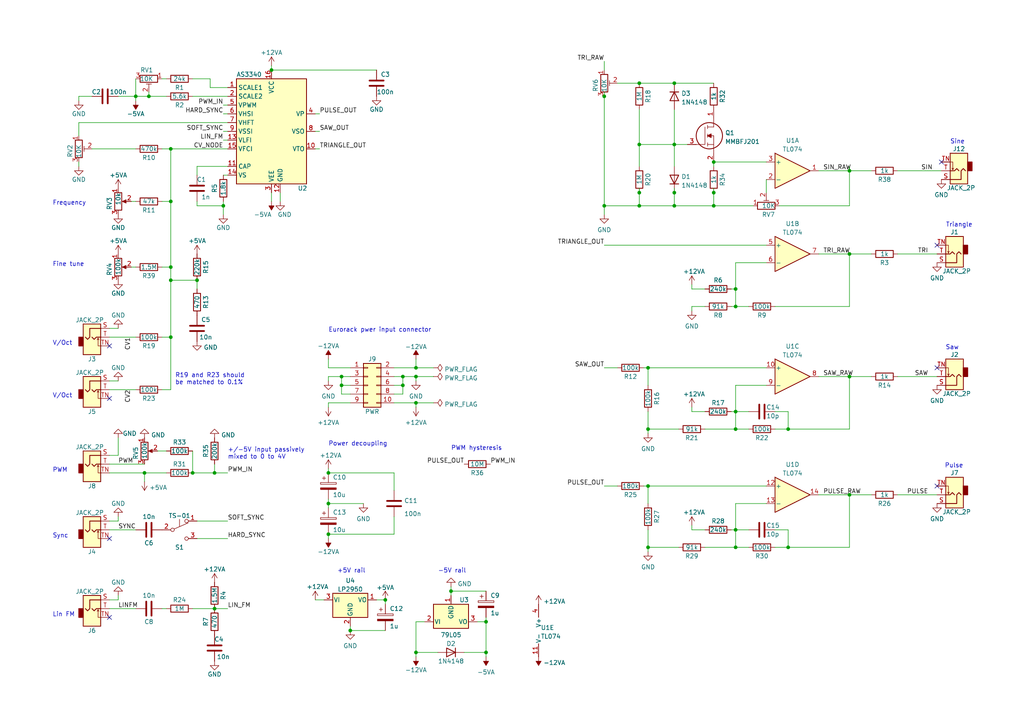
<source format=kicad_sch>
(kicad_sch (version 20211123) (generator eeschema)
  (paper "A4")
  (title_block (title "Kassutronics VCO 3340") (date "2022-04-19") (rev "1.0"))
  (lib_symbols
    (symbol "Amplifier_Operational:TL074" (pin_names (offset 0.127))
      (property "Reference" "U" (at 0 5.08 0))
      (property "Value" "TL074" (at 0 -5.08 0))
      (symbol "TL074_1_1"
        (pin output line (at 7.62 0 180) (length 2.54) (name "~") (number "1"))
        (pin input line (at -7.62 -2.54 0) (length 2.54) (name "-") (number "2"))
        (pin input line (at -7.62 2.54 0) (length 2.54) (name "+") (number "3"))
      )
      (symbol "TL074_2_1"
        (pin input line (at -7.62 2.54 0) (length 2.54) (name "+") (number "5"))
        (pin input line (at -7.62 -2.54 0) (length 2.54) (name "-") (number "6"))
        (pin output line (at 7.62 0 180) (length 2.54) (name "~") (number "7"))
      )
      (symbol "TL074_3_1"
        (pin input line (at -7.62 2.54 0) (length 2.54) (name "+") (number "10"))
        (pin output line (at 7.62 0 180) (length 2.54) (name "~") (number "8"))
        (pin input line (at -7.62 -2.54 0) (length 2.54) (name "-") (number "9"))
      )
      (symbol "TL074_4_1"
        (pin input line (at -7.62 2.54 0) (length 2.54) (name "+") (number "12"))
        (pin input line (at -7.62 -2.54 0) (length 2.54) (name "-") (number "13"))
        (pin output line (at 7.62 0 180) (length 2.54) (name "~") (number "14"))
      )
      (symbol "TL074_5_1"
        (pin power_in line (at -2.54 -7.62 90) (length 3.81) (name "V-") (number "11"))
        (pin power_in line (at -2.54 7.62 270) (length 3.81) (name "V+") (number "4"))
      )
    )
    (symbol "Audio:AS3340"
      (property "Reference" "U" (at -5.08 17.78 0))
      (property "Value" "AS3340" (at 5.08 17.78 0))
      (symbol "AS3340_1_1"
        (pin input line (at -12.7 12.7 0) (length 2.54) (name "SCALE1") (number "1"))
        (pin output line (at 12.7 -5.08 180) (length 2.54) (name "VTO") (number "10"))
        (pin passive line (at -12.7 -10.16 0) (length 2.54) (name "CAP") (number "11"))
        (pin power_in line (at 2.54 -17.78 90) (length 2.54) (name "GND") (number "12"))
        (pin input line (at -12.7 -2.54 0) (length 2.54) (name "VLFI") (number "13"))
        (pin passive line (at -12.7 -12.7 0) (length 2.54) (name "VS") (number "14"))
        (pin input line (at -12.7 -5.08 0) (length 2.54) (name "VFCI") (number "15"))
        (pin power_in line (at 0 17.78 270) (length 2.54) (name "VCC") (number "16"))
        (pin input line (at -12.7 10.16 0) (length 2.54) (name "SCALE2") (number "2"))
        (pin power_in line (at 0 -17.78 90) (length 2.54) (name "VEE") (number "3"))
        (pin output line (at 12.7 5.08 180) (length 2.54) (name "VP") (number "4"))
        (pin input line (at -12.7 7.62 0) (length 2.54) (name "VPWM") (number "5"))
        (pin input line (at -12.7 5.08 0) (length 2.54) (name "VHSI") (number "6"))
        (pin input line (at -12.7 2.54 0) (length 2.54) (name "VHFT") (number "7"))
        (pin output line (at 12.7 0 180) (length 2.54) (name "VSO") (number "8"))
        (pin input line (at -12.7 0 0) (length 2.54) (name "VSSI") (number "9"))
      )
    )
    (symbol "Connector:AudioJack2_SwitchT"
      (property "Reference" "J" (at 0 8.89 0))
      (property "Value" "AudioJack2_SwitchT" (at 0 6.35 0))
      (symbol "AudioJack2_SwitchT_1_1"
        (pin passive line (at 5.08 2.54 180) (length 2.54) (name "~") (number "S"))
        (pin passive line (at 5.08 0 180) (length 2.54) (name "~") (number "T"))
        (pin passive line (at 5.08 -2.54 180) (length 2.54) (name "~") (number "TN"))
      )
    )
    (symbol "Connector_Generic:Conn_02x05_Odd_Even" (pin_names (offset 1.016) hide)
      (property "Reference" "J" (at 1.27 7.62 0))
      (property "Value" "Conn_02x05_Odd_Even" (at 1.27 -7.62 0))
      (symbol "Conn_02x05_Odd_Even_1_1"
        (pin passive line (at -5.08 5.08 0) (length 3.81) (name "Pin_1") (number "1"))
        (pin passive line (at 7.62 -5.08 180) (length 3.81) (name "Pin_10") (number "10"))
        (pin passive line (at 7.62 5.08 180) (length 3.81) (name "Pin_2") (number "2"))
        (pin passive line (at -5.08 2.54 0) (length 3.81) (name "Pin_3") (number "3"))
        (pin passive line (at 7.62 2.54 180) (length 3.81) (name "Pin_4") (number "4"))
        (pin passive line (at -5.08 0 0) (length 3.81) (name "Pin_5") (number "5"))
        (pin passive line (at 7.62 0 180) (length 3.81) (name "Pin_6") (number "6"))
        (pin passive line (at -5.08 -2.54 0) (length 3.81) (name "Pin_7") (number "7"))
        (pin passive line (at 7.62 -2.54 180) (length 3.81) (name "Pin_8") (number "8"))
        (pin passive line (at -5.08 -5.08 0) (length 3.81) (name "Pin_9") (number "9"))
      )
    )
    (symbol "Device:C" (pin_numbers hide) (pin_names (offset 0.254))
      (property "Reference" "C" (at 0.635 2.54 0))
      (property "Value" "C" (at 0.635 -2.54 0))
      (symbol "C_1_1"
        (pin passive line (at 0 3.81 270) (length 2.794) (name "~") (number "1"))
        (pin passive line (at 0 -3.81 90) (length 2.794) (name "~") (number "2"))
      )
    )
    (symbol "Device:C_Polarized" (pin_numbers hide) (pin_names (offset 0.254))
      (property "Reference" "C" (at 0.635 2.54 0))
      (property "Value" "C_Polarized" (at 0.635 -2.54 0))
      (symbol "C_Polarized_1_1"
        (pin passive line (at 0 3.81 270) (length 2.794) (name "~") (number "1"))
        (pin passive line (at 0 -3.81 90) (length 2.794) (name "~") (number "2"))
      )
    )
    (symbol "Device:R" (pin_numbers hide) (pin_names (offset 0))
      (property "Reference" "R" (at 2.032 0 90))
      (property "Value" "R" (at 0 0 90))
      (symbol "R_1_1"
        (pin passive line (at 0 3.81 270) (length 1.27) (name "~") (number "1"))
        (pin passive line (at 0 -3.81 90) (length 1.27) (name "~") (number "2"))
      )
    )
    (symbol "Device:R_Potentiometer" (pin_names (offset 1.016) hide)
      (property "Reference" "RV" (at -4.445 0 90))
      (property "Value" "R_Potentiometer" (at -2.54 0 90))
      (symbol "R_Potentiometer_1_1"
        (pin passive line (at 0 3.81 270) (length 1.27) (name "1") (number "1"))
        (pin passive line (at 3.81 0 180) (length 1.27) (name "2") (number "2"))
        (pin passive line (at 0 -3.81 90) (length 1.27) (name "3") (number "3"))
      )
    )
    (symbol "Device:R_Potentiometer_Trim" (pin_names (offset 1.016) hide)
      (property "Reference" "RV" (at -4.445 0 90))
      (property "Value" "R_Potentiometer_Trim" (at -2.54 0 90))
      (symbol "R_Potentiometer_Trim_1_1"
        (pin passive line (at 0 3.81 270) (length 1.27) (name "1") (number "1"))
        (pin passive line (at 3.81 0 180) (length 1.27) (name "2") (number "2"))
        (pin passive line (at 0 -3.81 90) (length 1.27) (name "3") (number "3"))
      )
    )
    (symbol "Diode:1N4148" (pin_numbers hide) (pin_names (offset 1.016) hide)
      (property "Reference" "D" (at 0 2.54 0))
      (property "Value" "1N4148" (at 0 -2.54 0))
      (symbol "1N4148_1_1"
        (pin passive line (at -3.81 0 0) (length 2.54) (name "K") (number "1"))
        (pin passive line (at 3.81 0 180) (length 2.54) (name "A") (number "2"))
      )
    )
    (symbol "Regulator_Linear:L79L05_TO92" (pin_names (offset 0.254))
      (property "Reference" "U" (at -3.81 -3.175 0))
      (property "Value" "L79L05_TO92" (at 0 -3.175 0))
      (symbol "L79L05_TO92_1_1"
        (pin power_in line (at 0 7.62 270) (length 2.54) (name "GND") (number "1"))
        (pin power_in line (at -7.62 0 0) (length 2.54) (name "VI") (number "2"))
        (pin power_out line (at 7.62 0 180) (length 2.54) (name "VO") (number "3"))
      )
    )
    (symbol "Regulator_Linear:LP2950-3.0_TO92" (pin_names (offset 0.254))
      (property "Reference" "U" (at -3.81 3.175 0))
      (property "Value" "LP2950-3.0_TO92" (at 0 3.175 0))
      (symbol "LP2950-3.0_TO92_1_1"
        (pin power_out line (at 7.62 0 180) (length 2.54) (name "VO") (number "1"))
        (pin power_in line (at 0 -7.62 90) (length 2.54) (name "GND") (number "2"))
        (pin power_in line (at -7.62 0 0) (length 2.54) (name "VI") (number "3"))
      )
    )
    (symbol "SamacSys_Parts:MMBFJ201" (pin_names (offset 0.762))
      (property "Reference" "Q" (at 11.43 3.81 0))
      (property "Value" "MMBFJ201" (at 11.43 1.27 0))
      (symbol "MMBFJ201_0_0"
        (pin passive line (at 7.62 10.16 270) (length 2.54) (name "~") (number "1"))
        (pin passive line (at 7.62 -5.08 90) (length 2.54) (name "~") (number "2"))
        (pin passive line (at 0 0 0) (length 2.54) (name "~") (number "3"))
      )
    )
    (symbol "Switch:SW_Push_SPDT" (pin_names (offset 0) hide)
      (property "Reference" "SW" (at 0 4.318 0))
      (property "Value" "SW_Push_SPDT" (at 0 -5.08 0))
      (symbol "SW_Push_SPDT_1_1"
        (pin passive line (at 5.08 2.54 180) (length 2.54) (name "A") (number "1"))
        (pin passive line (at -5.08 0 0) (length 2.54) (name "B") (number "2"))
        (pin passive line (at 5.08 -2.54 180) (length 2.54) (name "C") (number "3"))
      )
    )
    (symbol "power:+12VA" (power) (pin_names (offset 0))
      (property "Value" "+12VA" (at 0 3.556 0))
      (symbol "+12VA_1_1"
        (pin power_in line (at 0 0 90) (length 0) hide (name "+12VA") (number "1"))
      )
    )
    (symbol "power:+5VA" (power) (pin_names (offset 0))
      (property "Value" "+5VA" (at 0 3.556 0))
      (symbol "+5VA_1_1"
        (pin power_in line (at 0 0 90) (length 0) hide (name "+5VA") (number "1"))
      )
    )
    (symbol "power:-12VA" (power) (pin_names (offset 0))
      (property "Value" "-12VA" (at 0 3.556 0))
      (symbol "-12VA_0_0"
        (pin power_in line (at 0 0 90) (length 0) hide (name "-12VA") (number "1"))
      )
    )
    (symbol "power:-5VA" (power) (pin_names (offset 0))
      (property "Value" "-5VA" (at 0 3.81 0))
      (symbol "-5VA_0_0"
        (pin power_in line (at 0 0 90) (length 0) hide (name "-5VA") (number "1"))
      )
    )
    (symbol "power:GND" (power) (pin_names (offset 0))
      (property "Value" "GND" (at 0 -3.81 0))
      (symbol "GND_1_1"
        (pin power_in line (at 0 0 270) (length 0) hide (name "GND") (number "1"))
      )
    )
    (symbol "power:PWR_FLAG" (power) (pin_numbers hide) (pin_names (offset 0) hide)
      (property "Value" "PWR_FLAG" (at 0 3.81 0))
      (symbol "PWR_FLAG_0_0"
        (pin power_out line (at 0 0 90) (length 0) (name "pwr") (number "1"))
      )
    )
  )
  (junction (at 120.65 189.23))
  (junction (at 49.53 81.28))
  (junction (at 140.97 180.34))
  (junction (at 49.53 43.18))
  (junction (at 120.65 116.84))
  (junction (at 78.74 20.32))
  (junction (at 213.36 124.46))
  (junction (at 120.65 106.68))
  (junction (at 95.25 146.05))
  (junction (at 246.38 143.51))
  (junction (at 207.01 55.88))
  (junction (at 62.23 137.16))
  (junction (at 49.53 97.79))
  (junction (at 187.96 158.75))
  (junction (at 195.58 55.88))
  (junction (at 213.36 88.9))
  (junction (at 213.36 119.38))
  (junction (at 41.91 137.16))
  (junction (at 207.01 59.69))
  (junction (at 101.6 182.88))
  (junction (at 116.84 111.76))
  (junction (at 120.65 109.22))
  (junction (at 185.42 55.88))
  (junction (at 55.88 137.16))
  (junction (at 116.84 109.22))
  (junction (at 187.96 140.97))
  (junction (at 195.58 59.69))
  (junction (at 64.77 59.69))
  (junction (at 99.06 109.22))
  (junction (at 195.58 24.13))
  (junction (at 187.96 106.68))
  (junction (at 130.81 171.45))
  (junction (at 95.25 154.94))
  (junction (at 246.38 73.66))
  (junction (at 213.36 83.82))
  (junction (at 39.37 27.94))
  (junction (at 228.6 158.75))
  (junction (at 175.26 59.69))
  (junction (at 140.97 189.23))
  (junction (at 49.53 58.42))
  (junction (at 213.36 158.75))
  (junction (at 111.76 173.99))
  (junction (at 213.36 153.67))
  (junction (at 175.26 27.94))
  (junction (at 43.18 27.94))
  (junction (at 187.96 124.46))
  (junction (at 185.42 59.69))
  (junction (at 246.38 49.53))
  (junction (at 49.53 77.47))
  (junction (at 228.6 124.46))
  (junction (at 246.38 109.22))
  (junction (at 185.42 41.91))
  (junction (at 57.15 81.28))
  (junction (at 185.42 24.13))
  (junction (at 95.25 137.16))
  (junction (at 62.23 176.53))
  (junction (at 207.01 46.99))
  (junction (at 195.58 41.91))
  (junction (at 99.06 111.76))
  (no_connect (at 31.75 179.07))
  (no_connect (at 31.75 100.33))
  (no_connect (at 31.75 156.21))
  (no_connect (at 31.75 115.57))
  (no_connect (at 271.78 106.68))
  (no_connect (at 271.78 71.12))
  (no_connect (at 273.05 46.99))
  (no_connect (at 271.78 140.97))
  (wire (pts (xy 91.44 33.02) (xy 92.71 33.02)))
  (wire (pts (xy 95.25 146.05) (xy 95.25 144.78)))
  (wire (pts (xy 228.6 124.46) (xy 246.38 124.46)))
  (wire (pts (xy 175.26 71.12) (xy 222.25 71.12)))
  (wire (pts (xy 95.25 106.68) (xy 95.25 104.14)))
  (wire (pts (xy 57.15 81.28) (xy 57.15 83.82)))
  (wire (pts (xy 120.65 180.34) (xy 120.65 189.23)))
  (wire (pts (xy 187.96 119.38) (xy 187.96 124.46)))
  (wire (pts (xy 213.36 111.76) (xy 222.25 111.76)))
  (wire (pts (xy 81.28 58.42) (xy 81.28 55.88)))
  (wire (pts (xy 114.3 109.22) (xy 116.84 109.22)))
  (wire (pts (xy 49.53 77.47) (xy 49.53 81.28)))
  (wire (pts (xy 116.84 114.3) (xy 116.84 111.76)))
  (wire (pts (xy 175.26 27.94) (xy 175.26 59.69)))
  (wire (pts (xy 187.96 140.97) (xy 222.25 140.97)))
  (wire (pts (xy 31.75 113.03) (xy 39.37 113.03)))
  (wire (pts (xy 66.04 156.21) (xy 57.15 156.21)))
  (wire (pts (xy 60.96 22.86) (xy 55.88 22.86)))
  (wire (pts (xy 200.66 118.11) (xy 200.66 119.38)))
  (wire (pts (xy 91.44 43.18) (xy 92.71 43.18)))
  (wire (pts (xy 64.77 30.48) (xy 66.04 30.48)))
  (wire (pts (xy 31.75 134.62) (xy 41.91 134.62)))
  (wire (pts (xy 101.6 182.88) (xy 111.76 182.88)))
  (wire (pts (xy 213.36 158.75) (xy 204.47 158.75)))
  (wire (pts (xy 123.19 180.34) (xy 120.65 180.34)))
  (wire (pts (xy 200.66 82.55) (xy 200.66 83.82)))
  (wire (pts (xy 200.66 152.4) (xy 200.66 153.67)))
  (wire (pts (xy 246.38 143.51) (xy 252.73 143.51)))
  (wire (pts (xy 64.77 62.23) (xy 64.77 59.69)))
  (wire (pts (xy 175.26 17.78) (xy 175.26 20.32)))
  (wire (pts (xy 187.96 106.68) (xy 187.96 111.76)))
  (wire (pts (xy 187.96 153.67) (xy 187.96 158.75)))
  (wire (pts (xy 260.35 109.22) (xy 271.78 109.22)))
  (wire (pts (xy 186.69 140.97) (xy 187.96 140.97)))
  (wire (pts (xy 114.3 116.84) (xy 120.65 116.84)))
  (wire (pts (xy 57.15 48.26) (xy 66.04 48.26)))
  (wire (pts (xy 120.65 189.23) (xy 127 189.23)))
  (wire (pts (xy 95.25 154.94) (xy 114.3 154.94)))
  (wire (pts (xy 204.47 119.38) (xy 200.66 119.38)))
  (wire (pts (xy 64.77 38.1) (xy 66.04 38.1)))
  (wire (pts (xy 43.18 27.94) (xy 48.26 27.94)))
  (wire (pts (xy 187.96 158.75) (xy 196.85 158.75)))
  (wire (pts (xy 101.6 111.76) (xy 99.06 111.76)))
  (wire (pts (xy 207.01 46.99) (xy 207.01 48.26)))
  (wire (pts (xy 246.38 109.22) (xy 252.73 109.22)))
  (wire (pts (xy 78.74 55.88) (xy 78.74 58.42)))
  (wire (pts (xy 185.42 41.91) (xy 195.58 41.91)))
  (wire (pts (xy 222.25 146.05) (xy 213.36 146.05)))
  (wire (pts (xy 187.96 124.46) (xy 196.85 124.46)))
  (wire (pts (xy 78.74 19.05) (xy 78.74 20.32)))
  (wire (pts (xy 195.58 24.13) (xy 207.01 24.13)))
  (wire (pts (xy 45.72 130.81) (xy 48.26 130.81)))
  (wire (pts (xy 39.37 22.86) (xy 39.37 27.94)))
  (wire (pts (xy 237.49 109.22) (xy 246.38 109.22)))
  (wire (pts (xy 185.42 41.91) (xy 185.42 48.26)))
  (wire (pts (xy 222.25 52.07) (xy 222.25 55.88)))
  (wire (pts (xy 213.36 153.67) (xy 217.17 153.67)))
  (wire (pts (xy 46.99 113.03) (xy 49.53 113.03)))
  (wire (pts (xy 57.15 50.8) (xy 57.15 48.26)))
  (wire (pts (xy 49.53 81.28) (xy 49.53 97.79)))
  (wire (pts (xy 228.6 158.75) (xy 224.79 158.75)))
  (wire (pts (xy 175.26 140.97) (xy 179.07 140.97)))
  (wire (pts (xy 120.65 104.14) (xy 120.65 106.68)))
  (wire (pts (xy 49.53 113.03) (xy 49.53 97.79)))
  (wire (pts (xy 187.96 158.75) (xy 187.96 160.02)))
  (wire (pts (xy 213.36 76.2) (xy 213.36 83.82)))
  (wire (pts (xy 22.86 46.99) (xy 22.86 48.26)))
  (wire (pts (xy 187.96 140.97) (xy 187.96 146.05)))
  (wire (pts (xy 64.77 33.02) (xy 66.04 33.02)))
  (wire (pts (xy 260.35 143.51) (xy 271.78 143.51)))
  (wire (pts (xy 49.53 43.18) (xy 49.53 58.42)))
  (wire (pts (xy 224.79 88.9) (xy 246.38 88.9)))
  (wire (pts (xy 91.44 38.1) (xy 92.71 38.1)))
  (wire (pts (xy 207.01 55.88) (xy 207.01 59.69)))
  (wire (pts (xy 175.26 59.69) (xy 175.26 62.23)))
  (wire (pts (xy 213.36 153.67) (xy 213.36 158.75)))
  (wire (pts (xy 38.1 77.47) (xy 39.37 77.47)))
  (wire (pts (xy 99.06 109.22) (xy 99.06 111.76)))
  (wire (pts (xy 66.04 151.13) (xy 57.15 151.13)))
  (wire (pts (xy 60.96 25.4) (xy 66.04 25.4)))
  (wire (pts (xy 48.26 176.53) (xy 46.99 176.53)))
  (wire (pts (xy 49.53 58.42) (xy 49.53 77.47)))
  (wire (pts (xy 64.77 40.64) (xy 66.04 40.64)))
  (wire (pts (xy 31.75 176.53) (xy 39.37 176.53)))
  (wire (pts (xy 114.3 114.3) (xy 116.84 114.3)))
  (wire (pts (xy 95.25 146.05) (xy 95.25 147.32)))
  (wire (pts (xy 34.29 27.94) (xy 39.37 27.94)))
  (wire (pts (xy 195.58 54.61) (xy 195.58 55.88)))
  (wire (pts (xy 101.6 106.68) (xy 95.25 106.68)))
  (wire (pts (xy 237.49 49.53) (xy 246.38 49.53)))
  (wire (pts (xy 195.58 41.91) (xy 199.39 41.91)))
  (wire (pts (xy 195.58 31.75) (xy 195.58 41.91)))
  (wire (pts (xy 228.6 119.38) (xy 228.6 124.46)))
  (wire (pts (xy 120.65 189.23) (xy 120.65 190.5)))
  (wire (pts (xy 22.86 35.56) (xy 22.86 39.37)))
  (wire (pts (xy 175.26 59.69) (xy 185.42 59.69)))
  (wire (pts (xy 140.97 179.07) (xy 140.97 180.34)))
  (wire (pts (xy 38.1 58.42) (xy 39.37 58.42)))
  (wire (pts (xy 57.15 59.69) (xy 57.15 58.42)))
  (wire (pts (xy 99.06 109.22) (xy 95.25 109.22)))
  (wire (pts (xy 95.25 156.21) (xy 95.25 154.94)))
  (wire (pts (xy 46.99 58.42) (xy 49.53 58.42)))
  (wire (pts (xy 212.09 83.82) (xy 213.36 83.82)))
  (wire (pts (xy 195.58 55.88) (xy 195.58 59.69)))
  (wire (pts (xy 39.37 27.94) (xy 43.18 27.94)))
  (wire (pts (xy 101.6 181.61) (xy 101.6 182.88)))
  (wire (pts (xy 62.23 134.62) (xy 62.23 137.16)))
  (wire (pts (xy 207.01 59.69) (xy 218.44 59.69)))
  (wire (pts (xy 120.65 106.68) (xy 114.3 106.68)))
  (wire (pts (xy 213.36 88.9) (xy 212.09 88.9)))
  (wire (pts (xy 41.91 137.16) (xy 41.91 139.7)))
  (wire (pts (xy 66.04 50.8) (xy 64.77 50.8)))
  (wire (pts (xy 26.67 43.18) (xy 39.37 43.18)))
  (wire (pts (xy 228.6 124.46) (xy 224.79 124.46)))
  (wire (pts (xy 175.26 106.68) (xy 179.07 106.68)))
  (wire (pts (xy 43.18 27.94) (xy 43.18 26.67)))
  (wire (pts (xy 130.81 171.45) (xy 140.97 171.45)))
  (wire (pts (xy 49.53 43.18) (xy 66.04 43.18)))
  (wire (pts (xy 34.29 172.72) (xy 34.29 173.99)))
  (wire (pts (xy 187.96 106.68) (xy 222.25 106.68)))
  (wire (pts (xy 213.36 119.38) (xy 217.17 119.38)))
  (wire (pts (xy 55.88 130.81) (xy 55.88 137.16)))
  (wire (pts (xy 46.99 22.86) (xy 48.26 22.86)))
  (wire (pts (xy 95.25 116.84) (xy 95.25 118.11)))
  (wire (pts (xy 46.99 43.18) (xy 49.53 43.18)))
  (wire (pts (xy 195.58 59.69) (xy 207.01 59.69)))
  (wire (pts (xy 130.81 170.18) (xy 130.81 171.45)))
  (wire (pts (xy 34.29 173.99) (xy 31.75 173.99)))
  (wire (pts (xy 140.97 189.23) (xy 140.97 190.5)))
  (wire (pts (xy 26.67 27.94) (xy 22.86 27.94)))
  (wire (pts (xy 187.96 124.46) (xy 187.96 125.73)))
  (wire (pts (xy 213.36 146.05) (xy 213.36 153.67)))
  (wire (pts (xy 212.09 153.67) (xy 213.36 153.67)))
  (wire (pts (xy 179.07 24.13) (xy 185.42 24.13)))
  (wire (pts (xy 228.6 158.75) (xy 246.38 158.75)))
  (wire (pts (xy 91.44 173.99) (xy 93.98 173.99)))
  (wire (pts (xy 99.06 111.76) (xy 99.06 114.3)))
  (wire (pts (xy 213.36 111.76) (xy 213.36 119.38)))
  (wire (pts (xy 31.75 110.49) (xy 34.29 110.49)))
  (wire (pts (xy 120.65 116.84) (xy 120.65 118.11)))
  (wire (pts (xy 55.88 137.16) (xy 62.23 137.16)))
  (wire (pts (xy 120.65 116.84) (xy 125.73 116.84)))
  (wire (pts (xy 64.77 59.69) (xy 64.77 58.42)))
  (wire (pts (xy 120.65 109.22) (xy 116.84 109.22)))
  (wire (pts (xy 200.66 88.9) (xy 204.47 88.9)))
  (wire (pts (xy 212.09 119.38) (xy 213.36 119.38)))
  (wire (pts (xy 22.86 27.94) (xy 22.86 29.21)))
  (wire (pts (xy 246.38 158.75) (xy 246.38 143.51)))
  (wire (pts (xy 260.35 73.66) (xy 271.78 73.66)))
  (wire (pts (xy 207.01 54.61) (xy 207.01 55.88)))
  (wire (pts (xy 213.36 119.38) (xy 213.36 124.46)))
  (wire (pts (xy 120.65 106.68) (xy 125.73 106.68)))
  (wire (pts (xy 175.26 26.67) (xy 175.26 27.94)))
  (wire (pts (xy 130.81 171.45) (xy 130.81 172.72)))
  (wire (pts (xy 237.49 143.51) (xy 246.38 143.51)))
  (wire (pts (xy 246.38 49.53) (xy 246.38 59.69)))
  (wire (pts (xy 111.76 173.99) (xy 111.76 175.26)))
  (wire (pts (xy 213.36 76.2) (xy 222.25 76.2)))
  (wire (pts (xy 46.99 77.47) (xy 49.53 77.47)))
  (wire (pts (xy 213.36 83.82) (xy 213.36 88.9)))
  (wire (pts (xy 186.69 106.68) (xy 187.96 106.68)))
  (wire (pts (xy 114.3 149.86) (xy 114.3 154.94)))
  (wire (pts (xy 101.6 109.22) (xy 99.06 109.22)))
  (wire (pts (xy 120.65 110.49) (xy 120.65 109.22)))
  (wire (pts (xy 195.58 41.91) (xy 195.58 48.26)))
  (wire (pts (xy 60.96 22.86) (xy 60.96 25.4)))
  (wire (pts (xy 105.41 146.05) (xy 95.25 146.05)))
  (wire (pts (xy 213.36 124.46) (xy 217.17 124.46)))
  (wire (pts (xy 213.36 158.75) (xy 217.17 158.75)))
  (wire (pts (xy 95.25 109.22) (xy 95.25 110.49)))
  (wire (pts (xy 226.06 59.69) (xy 246.38 59.69)))
  (wire (pts (xy 224.79 153.67) (xy 228.6 153.67)))
  (wire (pts (xy 57.15 59.69) (xy 64.77 59.69)))
  (wire (pts (xy 62.23 176.53) (xy 66.04 176.53)))
  (wire (pts (xy 49.53 81.28) (xy 57.15 81.28)))
  (wire (pts (xy 224.79 119.38) (xy 228.6 119.38)))
  (wire (pts (xy 31.75 137.16) (xy 41.91 137.16)))
  (wire (pts (xy 39.37 29.21) (xy 39.37 27.94)))
  (wire (pts (xy 185.42 54.61) (xy 185.42 55.88)))
  (wire (pts (xy 31.75 153.67) (xy 39.37 153.67)))
  (wire (pts (xy 204.47 153.67) (xy 200.66 153.67)))
  (wire (pts (xy 207.01 46.99) (xy 222.25 46.99)))
  (wire (pts (xy 114.3 111.76) (xy 116.84 111.76)))
  (wire (pts (xy 109.22 173.99) (xy 111.76 173.99)))
  (wire (pts (xy 213.36 88.9) (xy 217.17 88.9)))
  (wire (pts (xy 31.75 97.79) (xy 39.37 97.79)))
  (wire (pts (xy 246.38 49.53) (xy 252.73 49.53)))
  (wire (pts (xy 34.29 127) (xy 34.29 132.08)))
  (wire (pts (xy 246.38 48.26) (xy 246.38 49.53)))
  (wire (pts (xy 46.99 97.79) (xy 49.53 97.79)))
  (wire (pts (xy 95.25 135.89) (xy 95.25 137.16)))
  (wire (pts (xy 246.38 73.66) (xy 252.73 73.66)))
  (wire (pts (xy 22.86 35.56) (xy 66.04 35.56)))
  (wire (pts (xy 228.6 153.67) (xy 228.6 158.75)))
  (wire (pts (xy 55.88 176.53) (xy 62.23 176.53)))
  (wire (pts (xy 134.62 189.23) (xy 140.97 189.23)))
  (wire (pts (xy 99.06 114.3) (xy 101.6 114.3)))
  (wire (pts (xy 116.84 111.76) (xy 116.84 109.22)))
  (wire (pts (xy 185.42 55.88) (xy 185.42 59.69)))
  (wire (pts (xy 31.75 95.25) (xy 34.29 95.25)))
  (wire (pts (xy 246.38 88.9) (xy 246.38 73.66)))
  (wire (pts (xy 34.29 149.86) (xy 34.29 151.13)))
  (wire (pts (xy 140.97 180.34) (xy 140.97 189.23)))
  (wire (pts (xy 31.75 132.08) (xy 34.29 132.08)))
  (wire (pts (xy 260.35 49.53) (xy 273.05 49.53)))
  (wire (pts (xy 62.23 137.16) (xy 66.04 137.16)))
  (wire (pts (xy 204.47 83.82) (xy 200.66 83.82)))
  (wire (pts (xy 78.74 20.32) (xy 109.22 20.32)))
  (wire (pts (xy 185.42 59.69) (xy 195.58 59.69)))
  (wire (pts (xy 101.6 116.84) (xy 95.25 116.84)))
  (wire (pts (xy 213.36 124.46) (xy 204.47 124.46)))
  (wire (pts (xy 95.25 137.16) (xy 114.3 137.16)))
  (wire (pts (xy 185.42 24.13) (xy 195.58 24.13)))
  (wire (pts (xy 120.65 109.22) (xy 125.73 109.22)))
  (wire (pts (xy 200.66 88.9) (xy 200.66 90.17)))
  (wire (pts (xy 140.97 180.34) (xy 138.43 180.34)))
  (wire (pts (xy 34.29 151.13) (xy 31.75 151.13)))
  (wire (pts (xy 185.42 31.75) (xy 185.42 41.91)))
  (wire (pts (xy 237.49 73.66) (xy 246.38 73.66)))
  (wire (pts (xy 114.3 137.16) (xy 114.3 142.24)))
  (wire (pts (xy 55.88 27.94) (xy 66.04 27.94)))
  (wire (pts (xy 41.91 137.16) (xy 48.26 137.16)))
  (wire (pts (xy 246.38 124.46) (xy 246.38 109.22)))
  (text "V/Oct\n" (at 15.24 100.33 0) (effects (font (size 1.27 1.27)) (justify left bottom)))
  (text "Sine" (at 275.59 41.91 0) (effects (font (size 1.27 1.27)) (justify left bottom)))
  (text "PWM" (at 15.24 137.16 0) (effects (font (size 1.27 1.27)) (justify left bottom)))
  (text "Lin FM" (at 15.24 179.07 0) (effects (font (size 1.27 1.27)) (justify left bottom)))
  (text "+/-5V input passively \nmixed to 0 to 4V" (at 66.04 133.35 0) (effects (font (size 1.27 1.27)) (justify left bottom)))
  (text "Frequency" (at 15.24 59.69 0) (effects (font (size 1.27 1.27)) (justify left bottom)))
  (text "+5V rail\n" (at 97.79 166.37 0) (effects (font (size 1.27 1.27)) (justify left bottom)))
  (text "Eurorack pwer input connector" (at 95.25 96.52 0) (effects (font (size 1.27 1.27)) (justify left bottom)))
  (text "-5V rail" (at 127 166.37 0) (effects (font (size 1.27 1.27)) (justify left bottom)))
  (text "Saw" (at 278.13 101.6 180) (effects (font (size 1.27 1.27)) (justify right bottom)))
  (text "Sync" (at 15.24 156.21 0) (effects (font (size 1.27 1.27)) (justify left bottom)))
  (text "Fine tune" (at 15.24 77.47 0) (effects (font (size 1.27 1.27)) (justify left bottom)))
  (text "Power decoupling" (at 95.25 129.54 0) (effects (font (size 1.27 1.27)) (justify left bottom)))
  (text "PWM hysteresis" (at 130.81 130.81 0) (effects (font (size 1.27 1.27)) (justify left bottom)))
  (text "Pulse" (at 279.4 135.89 180) (effects (font (size 1.27 1.27)) (justify right bottom)))
  (text "V/Oct\n" (at 15.24 115.57 0) (effects (font (size 1.27 1.27)) (justify left bottom)))
  (text "Triangle" (at 274.32 66.04 0) (effects (font (size 1.27 1.27)) (justify left bottom)))
  (text "R19 and R23 should\nbe matched to 0.1%" (at 50.8 111.76 0) (effects (font (size 1.27 1.27)) (justify left bottom)))
  (label "SOFT_SYNC" (at 64.77 38.1 180))
  (label "TRI_RAW" (at 175.26 17.78 180))
  (label "PWM_IN" (at 66.04 137.16 0))
  (label "SIN" (at 270.51 49.53 180))
  (label "CV2" (at 38.1 113.03 270))
  (label "TRI" (at 269.24 73.66 180))
  (label "SAW_OUT" (at 175.26 106.68 180))
  (label "SOFT_SYNC" (at 66.04 151.13 0))
  (label "SYNC" (at 34.29 153.67 0))
  (label "CV1" (at 38.1 97.79 270))
  (label "PULSE" (at 269.24 143.51 180))
  (label "LIN_FM" (at 66.04 176.53 0))
  (label "PULSE_RAW" (at 238.76 143.51 0))
  (label "PWM_IN" (at 142.24 134.62 0))
  (label "TRI_RAW" (at 238.76 73.66 0))
  (label "SIN_RAW" (at 238.76 49.53 0))
  (label "TRIANGLE_OUT" (at 92.71 43.18 0))
  (label "PULSE_OUT" (at 92.71 33.02 0))
  (label "LINFM" (at 34.29 176.53 0))
  (label "PWM" (at 34.29 134.62 0))
  (label "SAW_OUT" (at 92.71 38.1 0))
  (label "LIN_FM" (at 64.77 40.64 180))
  (label "CV_NODE" (at 64.77 43.18 180))
  (label "HARD_SYNC" (at 64.77 33.02 180))
  (label "SAW" (at 269.24 109.22 180))
  (label "TRIANGLE_OUT" (at 175.26 71.12 180))
  (label "PWM_IN" (at 64.77 30.48 180))
  (label "PULSE_OUT" (at 175.26 140.97 180))
  (label "SAW_RAW" (at 238.76 109.22 0))
  (label "HARD_SYNC" (at 66.04 156.21 0))
  (label "PULSE_OUT" (at 134.62 134.62 180))
  (symbol (lib_id "power:-12VA") (at 95.25 104.14 0) (unit 1)
    (property "Reference" "#PWR0113" (effects hide))
    (property "Value" "-12VA" (at 95.25 100.33 0))
  )
  (symbol (lib_id "Audio:AS3340") (at 78.74 38.1 0) (unit 1)
    (property "Reference" "U2" (at 86.36 54.61 0) (effects (justify left)))
    (property "Value" "AS3340" (at 68.58 21.59 0) (effects (justify left)))
    (property "Footprint" "Package_DIP:DIP-16_W7.62mm_LongPads" (effects hide))
    (property "Datasheet" "http://www.alfarzpp.lv/eng/sc/AS3340.pdf" (effects hide))
  )
  (symbol (lib_id "Device:R") (at 220.98 158.75 270) (unit 1)
    (property "Reference" "R30" (at 220.98 161.29 90))
    (property "Value" "100k" (at 220.98 158.75 90))
    (property "Footprint" "Resistor_THT:R_Axial_DIN0207_L6.3mm_D2.5mm_P7.62mm_Horizontal" (effects hide))
  )
  (symbol (lib_id "power:GND") (at 62.23 127 180) (unit 1)
    (property "Reference" "#PWR0127" (effects hide))
    (property "Value" "GND" (at 64.135 126.1638 0) (effects (justify right)))
  )
  (symbol (lib_id "Device:R") (at 43.18 77.47 90) (unit 1)
    (property "Reference" "R39" (at 43.18 80.01 90))
    (property "Value" "1.5M" (at 43.18 77.47 90))
    (property "Footprint" "Resistor_THT:R_Axial_DIN0207_L6.3mm_D2.5mm_P7.62mm_Horizontal" (effects hide))
  )
  (symbol (lib_id "power:PWR_FLAG") (at 125.73 106.68 270) (unit 1)
    (property "Reference" "#FLG0102" (effects hide))
    (property "Value" "PWR_FLAG" (at 128.905 107.1138 90) (effects (justify left)))
  )
  (symbol (lib_id "power:PWR_FLAG") (at 125.73 109.22 270) (unit 1)
    (property "Reference" "#FLG0101" (effects hide))
    (property "Value" "PWR_FLAG" (at 128.905 109.6538 90) (effects (justify left)))
  )
  (symbol (lib_id "Amplifier_Operational:TL074") (at 158.75 182.88 0) (unit 5)
    (property "Reference" "U1" (at 156.845 182.0453 0) (effects (justify left)))
    (property "Value" "TL074" (at 156.845 184.5822 0) (effects (justify left)))
    (property "Footprint" "Package_DIP:DIP-14_W10.16mm_LongPads" (effects hide))
    (property "Datasheet" "http://www.ti.com/lit/ds/symlink/tl071.pdf" (effects hide))
  )
  (symbol (lib_id "Device:R") (at 207.01 27.94 0) (unit 1)
    (property "Reference" "R32" (at 209.55 27.94 90))
    (property "Value" "1k" (at 207.01 27.94 90))
    (property "Footprint" "Resistor_THT:R_Axial_DIN0207_L6.3mm_D2.5mm_P7.62mm_Horizontal" (effects hide))
  )
  (symbol (lib_id "power:GND") (at 95.25 110.49 0) (unit 1)
    (property "Reference" "#PWR0111" (effects hide))
    (property "Value" "GND" (at 95.25 114.9334 0))
  )
  (symbol (lib_id "power:GND") (at 271.78 76.2 0) (unit 1)
    (property "Reference" "#PWR0142" (effects hide))
    (property "Value" "GND" (at 271.78 80.6434 0))
  )
  (symbol (lib_id "power:GND") (at 200.66 90.17 0) (unit 1)
    (property "Reference" "#PWR0148" (effects hide))
    (property "Value" "GND" (at 200.66 94.6134 0))
  )
  (symbol (lib_id "Device:R_Potentiometer_Trim") (at 222.25 59.69 90) (unit 1)
    (property "Reference" "RV7" (at 220.98 62.23 90) (effects (justify right)))
    (property "Value" "10K" (at 220.98 59.69 90) (effects (justify right)))
    (property "Footprint" "Potentiometer_THT:Potentiometer_Bourns_3296X_Horizontal" (effects hide))
  )
  (symbol (lib_id "power:+12VA") (at 62.23 168.91 0) (unit 1)
    (property "Reference" "#PWR0134" (effects hide))
    (property "Value" "+12VA" (at 62.23 165.1 0))
  )
  (symbol (lib_id "Device:R") (at 208.28 153.67 270) (unit 1)
    (property "Reference" "R28" (at 208.28 151.13 90))
    (property "Value" "240k" (at 208.28 153.67 90))
    (property "Footprint" "Resistor_THT:R_Axial_DIN0207_L6.3mm_D2.5mm_P7.62mm_Horizontal" (effects hide))
  )
  (symbol (lib_id "Device:R") (at 52.07 27.94 90) (unit 1)
    (property "Reference" "R2" (at 52.07 30.48 90))
    (property "Value" "5.6k" (at 52.07 27.94 90))
    (property "Footprint" "Resistor_THT:R_Axial_DIN0207_L6.3mm_D2.5mm_P7.62mm_Horizontal" (effects hide))
  )
  (symbol (lib_id "power:GND") (at 64.77 62.23 0) (unit 1)
    (property "Reference" "#PWR0130" (effects hide))
    (property "Value" "GND" (at 64.77 66.04 0))
  )
  (symbol (lib_id "power:+5VA") (at 34.29 73.66 0) (unit 1)
    (property "Reference" "#PWR0123" (effects hide))
    (property "Value" "+5VA" (at 34.29 69.85 0))
  )
  (symbol (lib_id "Regulator_Linear:LP2950-3.0_TO92") (at 101.6 173.99 0) (unit 1)
    (property "Reference" "U4" (at 101.6 168.3852 0))
    (property "Value" "LP2950" (at 101.6 170.9221 0))
    (property "Footprint" "Package_TO_SOT_THT:TO-92_Inline" (effects hide))
    (property "Datasheet" "http://www.ti.com/lit/ds/symlink/lp2950.pdf" (effects hide))
  )
  (symbol (lib_id "Device:C_Polarized") (at 140.97 175.26 0) (unit 1)
    (property "Reference" "C9" (at 142.24 172.72 0) (effects (justify left)))
    (property "Value" "1u" (at 142.24 177.8 0) (effects (justify left)))
    (property "Footprint" "Capacitor_THT:CP_Radial_D4.0mm_P1.50mm" (effects hide))
  )
  (symbol (lib_id "Connector:AudioJack2_SwitchT") (at 26.67 134.62 0) (unit 1)
    (property "Reference" "J8" (at 26.67 140.97 0))
    (property "Value" "JACK_2P" (at 26.035 129.6471 0))
    (property "Footprint" "Connector_Audio:Jack_3.5mm_QingPu_WQP-PJ398SM_Vertical_CircularHoles" (effects hide))
  )
  (symbol (lib_id "Device:R") (at 43.18 43.18 90) (unit 1)
    (property "Reference" "R10" (at 43.18 45.72 90))
    (property "Value" "470k" (at 43.18 43.18 90))
    (property "Footprint" "Resistor_THT:R_Axial_DIN0207_L6.3mm_D2.5mm_P7.62mm_Horizontal" (effects hide))
  )
  (symbol (lib_id "Device:R") (at 256.54 109.22 270) (unit 1)
    (property "Reference" "R14" (at 256.54 111.76 90))
    (property "Value" "1k" (at 256.54 109.22 90))
    (property "Footprint" "Resistor_THT:R_Axial_DIN0207_L6.3mm_D2.5mm_P7.62mm_Horizontal" (effects hide))
  )
  (symbol (lib_id "Device:C") (at 43.18 176.53 90) (unit 1)
    (property "Reference" "C8" (at 43.18 180.34 90))
    (property "Value" "10n" (at 43.18 172.72 90))
    (property "Footprint" "Capacitor_THT:C_Rect_L4.6mm_W2.0mm_P2.50mm_MKS02_FKP02" (effects hide))
  )
  (symbol (lib_id "Device:R_Potentiometer") (at 34.29 77.47 0) (unit 1)
    (property "Reference" "RV4" (at 31.75 76.2 90) (effects (justify right)))
    (property "Value" "100k" (at 34.29 74.93 90) (effects (justify right)))
    (property "Footprint" "SamacSys_Parts:RD901F4015R1B10K00DL1" (effects hide))
  )
  (symbol (lib_id "Diode:1N4148") (at 130.81 189.23 180) (unit 1)
    (property "Reference" "D2" (at 130.81 186.69 0))
    (property "Value" "1N4148" (at 130.81 191.77 0))
    (property "Footprint" "Diode_THT:D_DO-35_SOD27_P7.62mm_Horizontal" (effects hide))
    (property "Datasheet" "https://assets.nexperia.com/documents/data-sheet/1N4148_1N4448.pdf" (effects hide))
  )
  (symbol (lib_id "Device:C_Polarized") (at 95.25 140.97 0) (unit 1)
    (property "Reference" "C10" (at 96.52 138.43 0) (effects (justify left)))
    (property "Value" "10u" (at 96.52 143.51 0) (effects (justify left)))
    (property "Footprint" "Capacitor_SMD:CP_Elec_6.3x5.4_Nichicon" (effects hide))
  )
  (symbol (lib_id "Connector_Generic:Conn_02x05_Odd_Even") (at 106.68 111.76 0) (unit 1)
    (property "Reference" "J9" (at 107.95 104.14 0))
    (property "Value" "PWR" (at 107.95 119.38 0))
    (property "Footprint" "Connector_PinHeader_1.00mm:PinHeader_2x05_P1.00mm_Vertical" (effects hide))
  )
  (symbol (lib_id "power:GND") (at 105.41 146.05 0) (unit 1)
    (property "Reference" "#PWR0106" (effects hide))
    (property "Value" "GND" (at 105.41 150.4934 0))
  )
  (symbol (lib_id "Connector:AudioJack2_SwitchT") (at 26.67 176.53 0) (unit 1)
    (property "Reference" "J6" (at 26.67 182.88 0))
    (property "Value" "JACK_2P" (at 26.035 171.5571 0))
    (property "Footprint" "Connector_Audio:Jack_3.5mm_QingPu_WQP-PJ398SM_Vertical_CircularHoles" (effects hide))
  )
  (symbol (lib_id "Device:C") (at 62.23 187.96 0) (unit 1)
    (property "Reference" "C4" (at 63.5 185.42 0))
    (property "Value" "10n" (at 64.77 190.5 0))
    (property "Footprint" "Capacitor_THT:C_Rect_L4.6mm_W2.0mm_P2.50mm_MKS02_FKP02" (effects hide))
  )
  (symbol (lib_id "power:+12VA") (at 78.74 19.05 0) (unit 1)
    (property "Reference" "#PWR0132" (effects hide))
    (property "Value" "+12VA" (at 78.74 15.24 0))
  )
  (symbol (lib_id "power:GND") (at 62.23 191.77 0) (unit 1)
    (property "Reference" "#PWR0135" (effects hide))
    (property "Value" "GND" (at 62.23 195.58 0))
  )
  (symbol (lib_id "Connector:AudioJack2_SwitchT") (at 276.86 143.51 180) (unit 1)
    (property "Reference" "J7" (at 276.86 137.16 0))
    (property "Value" "JACK_2P" (at 277.495 148.4829 0))
    (property "Footprint" "Connector_Audio:Jack_3.5mm_QingPu_WQP-PJ398SM_Vertical_CircularHoles" (effects hide))
  )
  (symbol (lib_id "power:GND") (at 109.22 27.94 0) (unit 1)
    (property "Reference" "#PWR0133" (effects hide))
    (property "Value" "GND" (at 109.22 31.75 0))
  )
  (symbol (lib_id "power:GND") (at 271.78 111.76 0) (unit 1)
    (property "Reference" "#PWR0150" (effects hide))
    (property "Value" "GND" (at 271.78 116.2034 0))
  )
  (symbol (lib_id "Device:R") (at 52.07 137.16 90) (unit 1)
    (property "Reference" "R31" (at 52.07 134.62 90))
    (property "Value" "100k" (at 52.07 137.16 90))
    (property "Footprint" "Resistor_THT:R_Axial_DIN0207_L6.3mm_D2.5mm_P7.62mm_Horizontal" (effects hide))
  )
  (symbol (lib_id "power:GND") (at 41.91 127 180) (unit 1)
    (property "Reference" "#PWR0128" (effects hide))
    (property "Value" "GND" (at 43.815 126.1638 0) (effects (justify right)))
  )
  (symbol (lib_id "power:+12VA") (at 95.25 135.89 0) (unit 1)
    (property "Reference" "#PWR0107" (effects hide))
    (property "Value" "+12VA" (at 92.71 132.08 0) (effects (justify left)))
  )
  (symbol (lib_id "Device:R") (at 182.88 106.68 90) (unit 1)
    (property "Reference" "R12" (at 182.88 109.22 90))
    (property "Value" "100k" (at 182.88 106.68 90))
    (property "Footprint" "Resistor_THT:R_Axial_DIN0207_L6.3mm_D2.5mm_P7.62mm_Horizontal" (effects hide))
  )
  (symbol (lib_id "Connector:AudioJack2_SwitchT") (at 276.86 109.22 180) (unit 1)
    (property "Reference" "J2" (at 276.86 102.87 0))
    (property "Value" "JACK_2P" (at 277.495 114.1929 0))
    (property "Footprint" "Connector_Audio:Jack_3.5mm_QingPu_WQP-PJ398SM_Vertical_CircularHoles" (effects hide))
  )
  (symbol (lib_id "power:+12VA") (at 120.65 118.11 180) (unit 1)
    (property "Reference" "#PWR0109" (effects hide))
    (property "Value" "+12VA" (at 120.65 122.5534 0))
  )
  (symbol (lib_id "power:-12VA") (at 120.65 190.5 180) (unit 1)
    (property "Reference" "#PWR0103" (effects hide))
    (property "Value" "-12VA" (at 120.65 194.31 0))
  )
  (symbol (lib_id "Device:R_Potentiometer") (at 34.29 58.42 0) (unit 1)
    (property "Reference" "RV3" (at 31.75 57.15 90) (effects (justify right)))
    (property "Value" "10k" (at 34.29 55.88 90) (effects (justify right)))
    (property "Footprint" "SamacSys_Parts:RD901F4015R1B10K00DL1" (effects hide))
  )
  (symbol (lib_id "power:+12VA") (at 200.66 152.4 0) (unit 1)
    (property "Reference" "#PWR0145" (effects hide))
    (property "Value" "+12VA" (at 198.12 148.59 0) (effects (justify left)))
  )
  (symbol (lib_id "Device:R") (at 43.18 97.79 90) (unit 1)
    (property "Reference" "R19" (at 43.18 100.33 90))
    (property "Value" "100k" (at 43.18 97.79 90))
    (property "Footprint" "Resistor_THT:R_Axial_DIN0207_L6.3mm_D2.5mm_P7.62mm_Horizontal" (effects hide))
  )
  (symbol (lib_id "power:GND") (at 81.28 58.42 0) (unit 1)
    (property "Reference" "#PWR0131" (effects hide))
    (property "Value" "GND" (at 82.55 62.23 0))
  )
  (symbol (lib_id "Device:R") (at 220.98 88.9 270) (unit 1)
    (property "Reference" "R9" (at 220.98 91.44 90))
    (property "Value" "100k" (at 220.98 88.9 90))
    (property "Footprint" "Resistor_THT:R_Axial_DIN0207_L6.3mm_D2.5mm_P7.62mm_Horizontal" (effects hide))
  )
  (symbol (lib_id "power:GND") (at 271.78 146.05 0) (unit 1)
    (property "Reference" "#PWR0151" (effects hide))
    (property "Value" "GND" (at 271.78 150.4934 0))
  )
  (symbol (lib_id "power:GND") (at 34.29 62.23 0) (unit 1)
    (property "Reference" "#PWR0120" (effects hide))
    (property "Value" "GND" (at 34.29 66.04 0))
  )
  (symbol (lib_id "power:GND") (at 175.26 62.23 0) (unit 1)
    (property "Reference" "#PWR0152" (effects hide))
    (property "Value" "GND" (at 175.26 66.6734 0))
  )
  (symbol (lib_id "Amplifier_Operational:TL074") (at 229.87 73.66 0) (unit 2)
    (property "Reference" "U1" (at 229.87 64.8802 0))
    (property "Value" "TL074" (at 229.87 67.4171 0))
    (property "Footprint" "Package_DIP:DIP-14_W10.16mm_LongPads" (effects hide))
    (property "Datasheet" "http://www.ti.com/lit/ds/symlink/tl071.pdf" (effects hide))
  )
  (symbol (lib_id "Device:C_Polarized") (at 111.76 179.07 0) (unit 1)
    (property "Reference" "C12" (at 113.03 176.53 0) (effects (justify left)))
    (property "Value" "1u" (at 113.03 181.61 0) (effects (justify left)))
    (property "Footprint" "Capacitor_THT:CP_Radial_D4.0mm_P1.50mm" (effects hide))
  )
  (symbol (lib_id "Device:R") (at 185.42 27.94 0) (unit 1)
    (property "Reference" "R18" (at 187.96 27.94 90))
    (property "Value" "1M" (at 185.42 27.94 90))
    (property "Footprint" "Resistor_THT:R_Axial_DIN0207_L6.3mm_D2.5mm_P7.62mm_Horizontal" (effects hide))
  )
  (symbol (lib_id "power:+12VA") (at 91.44 173.99 0) (unit 1)
    (property "Reference" "#PWR0102" (effects hide))
    (property "Value" "+12VA" (at 88.9 170.18 0) (effects (justify left)))
  )
  (symbol (lib_id "Device:C") (at 220.98 119.38 90) (unit 1)
    (property "Reference" "C14" (at 222.25 118.11 90) (effects (justify right)))
    (property "Value" "10p" (at 222.25 120.65 90) (effects (justify right)))
    (property "Footprint" "Capacitor_THT:C_Rect_L4.0mm_W2.5mm_P2.50mm" (effects hide))
  )
  (symbol (lib_id "Device:R") (at 43.18 113.03 90) (unit 1)
    (property "Reference" "R23" (at 43.18 115.57 90))
    (property "Value" "100k" (at 43.18 113.03 90))
    (property "Footprint" "Resistor_THT:R_Axial_DIN0207_L6.3mm_D2.5mm_P7.62mm_Horizontal" (effects hide))
  )
  (symbol (lib_id "Device:R") (at 138.43 134.62 90) (unit 1)
    (property "Reference" "R36" (at 138.43 137.16 90))
    (property "Value" "10M" (at 138.43 134.62 90))
    (property "Footprint" "Resistor_THT:R_Axial_DIN0207_L6.3mm_D2.5mm_P7.62mm_Horizontal" (effects hide))
  )
  (symbol (lib_id "Device:R") (at 52.07 130.81 90) (unit 1)
    (property "Reference" "R33" (at 52.07 128.27 90))
    (property "Value" "100k" (at 52.07 130.81 90))
    (property "Footprint" "Resistor_THT:R_Axial_DIN0207_L6.3mm_D2.5mm_P7.62mm_Horizontal" (effects hide))
  )
  (symbol (lib_id "SamacSys_Parts:MMBFJ201") (at 199.39 41.91 0) (unit 1)
    (property "Reference" "Q1" (at 210.312 38.5353 0) (effects (justify left)))
    (property "Value" "MMBFJ201" (at 210.312 41.0722 0) (effects (justify left)))
    (property "Footprint" "Package_TO_SOT_SMD:SOT-23_Handsoldering" (effects hide))
    (property "Datasheet" "http://www.onsemi.com/pub/Collateral/MMBFJ202-D.pdf" (effects hide))
    (property "Description" "N-Channel General Purpose Amplifier" (effects hide))
    (property "Height" "1.2" (effects hide))
    (property "Mouser Part Number" "512-MMBFJ201" (effects hide))
    (property "Mouser Price/Stock" "https://www.mouser.co.uk/ProductDetail/ON-Semiconductor-Fairchild/MMBFJ201?qs=ljbEvF4DwONpFpdsobl6fQ%3D%3D" (effects hide))
    (property "Manufacturer_Name" "onsemi" (effects hide))
    (property "Manufacturer_Part_Number" "MMBFJ201" (effects hide))
  )
  (symbol (lib_id "power:GND") (at 130.81 170.18 180) (unit 1)
    (property "Reference" "#PWR0114" (effects hide))
    (property "Value" "GND" (at 132.715 169.3438 0) (effects (justify right)))
  )
  (symbol (lib_id "Device:R") (at 256.54 49.53 270) (unit 1)
    (property "Reference" "R38" (at 256.54 52.07 90))
    (property "Value" "1k" (at 256.54 49.53 90))
    (property "Footprint" "Resistor_THT:R_Axial_DIN0207_L6.3mm_D2.5mm_P7.62mm_Horizontal" (effects hide))
  )
  (symbol (lib_id "Device:R") (at 62.23 180.34 0) (unit 1)
    (property "Reference" "R7" (at 59.69 180.34 90))
    (property "Value" "470" (at 62.23 180.34 90))
    (property "Footprint" "Resistor_THT:R_Axial_DIN0207_L6.3mm_D2.5mm_P7.62mm_Horizontal" (effects hide))
  )
  (symbol (lib_id "power:+12VA") (at 95.25 118.11 180) (unit 1)
    (property "Reference" "#PWR0110" (effects hide))
    (property "Value" "+12VA" (at 95.25 122.5534 0))
  )
  (symbol (lib_id "power:GND") (at 34.29 127 180) (unit 1)
    (property "Reference" "#PWR0129" (effects hide))
    (property "Value" "GND" (at 35.56 125.73 0) (effects (justify right)))
  )
  (symbol (lib_id "Amplifier_Operational:TL074") (at 229.87 109.22 0) (unit 3)
    (property "Reference" "U1" (at 229.87 100.4402 0))
    (property "Value" "TL074" (at 229.87 102.9771 0))
    (property "Footprint" "Package_DIP:DIP-14_W10.16mm_LongPads" (effects hide))
    (property "Datasheet" "http://www.ti.com/lit/ds/symlink/tl071.pdf" (effects hide))
  )
  (symbol (lib_id "Device:R_Potentiometer_Trim") (at 175.26 24.13 0) (unit 1)
    (property "Reference" "RV6" (at 172.72 22.86 90) (effects (justify right)))
    (property "Value" "10K" (at 175.26 22.86 90) (effects (justify right)))
    (property "Footprint" "Potentiometer_THT:Potentiometer_Bourns_3296X_Horizontal" (effects hide))
  )
  (symbol (lib_id "power:GND") (at 34.29 172.72 180) (unit 1)
    (property "Reference" "#PWR0138" (effects hide))
    (property "Value" "GND" (at 34.29 168.91 0))
  )
  (symbol (lib_id "Device:C") (at 220.98 153.67 90) (unit 1)
    (property "Reference" "C15" (at 222.25 152.4 90) (effects (justify right)))
    (property "Value" "10p" (at 222.25 154.94 90) (effects (justify right)))
    (property "Footprint" "Capacitor_THT:C_Rect_L4.0mm_W2.5mm_P2.50mm" (effects hide))
  )
  (symbol (lib_id "power:GND") (at 22.86 48.26 0) (unit 1)
    (property "Reference" "#PWR0118" (effects hide))
    (property "Value" "GND" (at 22.86 52.07 0))
  )
  (symbol (lib_id "Amplifier_Operational:TL074") (at 229.87 143.51 0) (unit 4)
    (property "Reference" "U1" (at 229.87 134.7302 0))
    (property "Value" "TL074" (at 229.87 137.2671 0))
    (property "Footprint" "Package_DIP:DIP-14_W10.16mm_LongPads" (effects hide))
    (property "Datasheet" "http://www.ti.com/lit/ds/symlink/tl071.pdf" (effects hide))
  )
  (symbol (lib_id "power:GND") (at 34.29 95.25 180) (unit 1)
    (property "Reference" "#PWR0122" (effects hide))
    (property "Value" "GND" (at 34.29 91.44 0))
  )
  (symbol (lib_id "Device:R") (at 52.07 176.53 90) (unit 1)
    (property "Reference" "R24" (at 52.07 173.99 90))
    (property "Value" "1M" (at 52.07 176.53 90))
    (property "Footprint" "Resistor_THT:R_Axial_DIN0207_L6.3mm_D2.5mm_P7.62mm_Horizontal" (effects hide))
  )
  (symbol (lib_id "Device:R_Potentiometer_Trim") (at 22.86 43.18 0) (unit 1)
    (property "Reference" "RV2" (at 20.32 41.91 90) (effects (justify right)))
    (property "Value" "10K" (at 22.86 41.91 90) (effects (justify right)))
    (property "Footprint" "Potentiometer_THT:Potentiometer_Bourns_3296X_Horizontal" (effects hide))
  )
  (symbol (lib_id "Device:R") (at 220.98 124.46 270) (unit 1)
    (property "Reference" "R22" (at 220.98 127 90))
    (property "Value" "100k" (at 220.98 124.46 90))
    (property "Footprint" "Resistor_THT:R_Axial_DIN0207_L6.3mm_D2.5mm_P7.62mm_Horizontal" (effects hide))
  )
  (symbol (lib_id "Diode:1N4148") (at 195.58 52.07 90) (unit 1)
    (property "Reference" "D1" (at 197.612 51.2353 90) (effects (justify right)))
    (property "Value" "1N4148" (at 197.612 53.7722 90) (effects (justify right)))
    (property "Footprint" "Diode_THT:D_DO-35_SOD27_P7.62mm_Horizontal" (effects hide))
    (property "Datasheet" "https://assets.nexperia.com/documents/data-sheet/1N4148_1N4448.pdf" (effects hide))
  )
  (symbol (lib_id "power:GND") (at 187.96 160.02 0) (unit 1)
    (property "Reference" "#PWR0144" (effects hide))
    (property "Value" "GND" (at 187.96 164.4634 0))
  )
  (symbol (lib_id "power:GND") (at 57.15 99.06 0) (unit 1)
    (property "Reference" "#PWR0125" (effects hide))
    (property "Value" "GND" (at 59.055 100.7638 0) (effects (justify left)))
  )
  (symbol (lib_id "power:GND") (at 34.29 110.49 180) (unit 1)
    (property "Reference" "#PWR0121" (effects hide))
    (property "Value" "GND" (at 34.29 106.68 0))
  )
  (symbol (lib_id "Device:R") (at 200.66 124.46 90) (unit 1)
    (property "Reference" "R21" (at 200.66 127 90))
    (property "Value" "91k" (at 200.66 124.46 90))
    (property "Footprint" "Resistor_THT:R_Axial_DIN0207_L6.3mm_D2.5mm_P7.62mm_Horizontal" (effects hide))
  )
  (symbol (lib_id "Device:R") (at 208.28 119.38 270) (unit 1)
    (property "Reference" "R17" (at 208.28 116.84 90))
    (property "Value" "240k" (at 208.28 119.38 90))
    (property "Footprint" "Resistor_THT:R_Axial_DIN0207_L6.3mm_D2.5mm_P7.62mm_Horizontal" (effects hide))
  )
  (symbol (lib_id "Switch:SW_Push_SPDT") (at 52.07 153.67 0) (unit 1)
    (property "Reference" "S1" (at 52.07 158.75 0))
    (property "Value" "TS-01" (at 52.07 149.5861 0))
    (property "Footprint" "Kicad Libraries:200MSP1T1B1M1RE" (effects hide))
  )
  (symbol (lib_id "Device:R") (at 187.96 115.57 180) (unit 1)
    (property "Reference" "R16" (at 190.5 115.57 90))
    (property "Value" "100k" (at 187.96 115.57 90))
    (property "Footprint" "Resistor_THT:R_Axial_DIN0207_L6.3mm_D2.5mm_P7.62mm_Horizontal" (effects hide))
  )
  (symbol (lib_id "Device:R") (at 57.15 77.47 180) (unit 1)
    (property "Reference" "R15" (at 59.69 77.47 90))
    (property "Value" "220k" (at 57.15 77.47 90))
    (property "Footprint" "Resistor_THT:R_Axial_DIN0207_L6.3mm_D2.5mm_P7.62mm_Horizontal" (effects hide))
  )
  (symbol (lib_id "Device:R") (at 256.54 73.66 270) (unit 1)
    (property "Reference" "R3" (at 256.54 76.2 90))
    (property "Value" "1k" (at 256.54 73.66 90))
    (property "Footprint" "Resistor_THT:R_Axial_DIN0207_L6.3mm_D2.5mm_P7.62mm_Horizontal" (effects hide))
  )
  (symbol (lib_id "power:GND") (at 187.96 125.73 0) (unit 1)
    (property "Reference" "#PWR0146" (effects hide))
    (property "Value" "GND" (at 187.96 130.1734 0))
  )
  (symbol (lib_id "Connector:AudioJack2_SwitchT") (at 278.13 49.53 180) (unit 1)
    (property "Reference" "J12" (at 278.13 43.18 0))
    (property "Value" "JACK_2P" (at 278.765 54.5029 0))
    (property "Footprint" "Connector_Audio:Jack_3.5mm_QingPu_WQP-PJ398SM_Vertical_CircularHoles" (effects hide))
  )
  (symbol (lib_id "Device:R") (at 185.42 52.07 0) (unit 1)
    (property "Reference" "R20" (at 187.96 52.07 90))
    (property "Value" "1M" (at 185.42 52.07 90))
    (property "Footprint" "Resistor_THT:R_Axial_DIN0207_L6.3mm_D2.5mm_P7.62mm_Horizontal" (effects hide))
  )
  (symbol (lib_id "power:-5VA") (at 78.74 58.42 180) (unit 1)
    (property "Reference" "#PWR0117" (effects hide))
    (property "Value" "-5VA" (at 76.2 62.23 0))
  )
  (symbol (lib_id "power:GND") (at 34.29 81.28 0) (unit 1)
    (property "Reference" "#PWR0124" (effects hide))
    (property "Value" "GND" (at 34.29 85.09 0))
  )
  (symbol (lib_id "power:+12VA") (at 200.66 82.55 0) (unit 1)
    (property "Reference" "#PWR0149" (effects hide))
    (property "Value" "+12VA" (at 198.12 78.74 0) (effects (justify left)))
  )
  (symbol (lib_id "power:GND") (at 101.6 182.88 0) (unit 1)
    (property "Reference" "#PWR0104" (effects hide))
    (property "Value" "GND" (at 101.6 187.3234 0))
  )
  (symbol (lib_id "Connector:AudioJack2_SwitchT") (at 276.86 73.66 180) (unit 1)
    (property "Reference" "J1" (at 276.86 67.31 0))
    (property "Value" "JACK_2P" (at 277.495 78.6329 0))
    (property "Footprint" "Connector_Audio:Jack_3.5mm_QingPu_WQP-PJ398SM_Vertical_CircularHoles" (effects hide))
  )
  (symbol (lib_id "Device:R") (at 52.07 22.86 90) (unit 1)
    (property "Reference" "R1" (at 52.07 25.4 90))
    (property "Value" "24k" (at 52.07 22.86 90))
    (property "Footprint" "Resistor_THT:R_Axial_DIN0207_L6.3mm_D2.5mm_P7.62mm_Horizontal" (effects hide))
  )
  (symbol (lib_id "Connector:AudioJack2_SwitchT") (at 26.67 153.67 0) (unit 1)
    (property "Reference" "J4" (at 26.67 160.02 0))
    (property "Value" "JACK_2P" (at 26.035 148.6971 0))
    (property "Footprint" "Connector_Audio:Jack_3.5mm_QingPu_WQP-PJ398SM_Vertical_CircularHoles" (effects hide))
  )
  (symbol (lib_id "Connector:AudioJack2_SwitchT") (at 26.67 97.79 0) (unit 1)
    (property "Reference" "J3" (at 26.67 104.14 0))
    (property "Value" "JACK_2P" (at 26.035 92.8171 0))
    (property "Footprint" "Connector_Audio:Jack_3.5mm_QingPu_WQP-PJ398SM_Vertical_CircularHoles" (effects hide))
  )
  (symbol (lib_id "Device:R") (at 208.28 83.82 270) (unit 1)
    (property "Reference" "R6" (at 208.28 81.28 90))
    (property "Value" "240k" (at 208.28 83.82 90))
    (property "Footprint" "Resistor_THT:R_Axial_DIN0207_L6.3mm_D2.5mm_P7.62mm_Horizontal" (effects hide))
  )
  (symbol (lib_id "Device:R") (at 62.23 130.81 180) (unit 1)
    (property "Reference" "R35" (at 59.69 130.81 90))
    (property "Value" "200k" (at 62.23 130.81 90))
    (property "Footprint" "Resistor_THT:R_Axial_DIN0207_L6.3mm_D2.5mm_P7.62mm_Horizontal" (effects hide))
  )
  (symbol (lib_id "Device:R") (at 187.96 149.86 180) (unit 1)
    (property "Reference" "R27" (at 190.5 149.86 90))
    (property "Value" "100k" (at 187.96 149.86 90))
    (property "Footprint" "Resistor_THT:R_Axial_DIN0207_L6.3mm_D2.5mm_P7.62mm_Horizontal" (effects hide))
  )
  (symbol (lib_id "Device:C") (at 114.3 146.05 0) (unit 1)
    (property "Reference" "C11" (at 117.221 145.2153 0) (effects (justify left)))
    (property "Value" "100n" (at 117.221 149.0222 0) (effects (justify left)))
    (property "Footprint" "Capacitor_THT:C_Rect_L4.6mm_W2.0mm_P2.50mm_MKS02_FKP02" (effects hide))
  )
  (symbol (lib_id "Device:R") (at 182.88 140.97 90) (unit 1)
    (property "Reference" "R25" (at 182.88 143.51 90))
    (property "Value" "180k" (at 182.88 140.97 90))
    (property "Footprint" "Resistor_THT:R_Axial_DIN0207_L6.3mm_D2.5mm_P7.62mm_Horizontal" (effects hide))
  )
  (symbol (lib_id "Device:C") (at 109.22 24.13 0) (unit 1)
    (property "Reference" "C3" (at 111.76 21.59 0))
    (property "Value" "100n" (at 111.76 26.67 0))
    (property "Footprint" "Capacitor_THT:C_Rect_L4.6mm_W2.0mm_P2.50mm_MKS02_FKP02" (effects hide))
  )
  (symbol (lib_id "Device:R") (at 62.23 172.72 180) (unit 1)
    (property "Reference" "R4" (at 64.77 172.72 90))
    (property "Value" "1.5M" (at 62.23 172.72 90))
    (property "Footprint" "Resistor_THT:R_Axial_DIN0207_L6.3mm_D2.5mm_P7.62mm_Horizontal" (effects hide))
  )
  (symbol (lib_id "Device:R") (at 208.28 88.9 90) (unit 1)
    (property "Reference" "R8" (at 208.28 91.44 90))
    (property "Value" "91k" (at 208.28 88.9 90))
    (property "Footprint" "Resistor_THT:R_Axial_DIN0207_L6.3mm_D2.5mm_P7.62mm_Horizontal" (effects hide))
  )
  (symbol (lib_id "power:+12VA") (at 156.21 175.26 0) (unit 1)
    (property "Reference" "#PWR0141" (effects hide))
    (property "Value" "+12VA" (at 157.607 174.4238 0) (effects (justify left)))
  )
  (symbol (lib_id "Device:R_Potentiometer") (at 41.91 130.81 0) (unit 1)
    (property "Reference" "RV5" (at 39.37 129.54 90) (effects (justify right)))
    (property "Value" "100k" (at 41.91 128.27 90) (effects (justify right)))
    (property "Footprint" "SamacSys_Parts:RD901F4015R1B10K00DL1" (effects hide))
  )
  (symbol (lib_id "Device:C") (at 30.48 27.94 90) (unit 1)
    (property "Reference" "C2" (at 27.94 26.67 90))
    (property "Value" "100n" (at 34.29 26.67 90))
    (property "Footprint" "Capacitor_THT:C_Rect_L4.6mm_W2.0mm_P2.50mm_MKS02_FKP02" (effects hide))
  )
  (symbol (lib_id "Device:R") (at 256.54 143.51 270) (unit 1)
    (property "Reference" "R26" (at 256.54 146.05 90))
    (property "Value" "1k" (at 256.54 143.51 90))
    (property "Footprint" "Resistor_THT:R_Axial_DIN0207_L6.3mm_D2.5mm_P7.62mm_Horizontal" (effects hide))
  )
  (symbol (lib_id "Regulator_Linear:L79L05_TO92") (at 130.81 180.34 0) (unit 1)
    (property "Reference" "U3" (at 134.62 173.99 0))
    (property "Value" "79L05" (at 130.81 184.15 0))
    (property "Footprint" "Package_TO_SOT_THT:TO-92_Inline" (effects hide))
    (property "Datasheet" "http://www.farnell.com/datasheets/1827870.pdf" (effects hide))
  )
  (symbol (lib_id "Amplifier_Operational:TL074") (at 229.87 49.53 0) (unit 1)
    (property "Reference" "U1" (at 229.87 40.7502 0))
    (property "Value" "TL074" (at 229.87 43.2871 0))
    (property "Footprint" "Package_DIP:DIP-14_W10.16mm_LongPads" (effects hide))
    (property "Datasheet" "http://www.ti.com/lit/ds/symlink/tl071.pdf" (effects hide))
  )
  (symbol (lib_id "power:GND") (at 273.05 52.07 0) (unit 1)
    (property "Reference" "#PWR0143" (effects hide))
    (property "Value" "GND" (at 273.05 56.5134 0))
  )
  (symbol (lib_id "Connector:AudioJack2_SwitchT") (at 26.67 113.03 0) (unit 1)
    (property "Reference" "J5" (at 26.67 119.38 0))
    (property "Value" "JACK_2P" (at 26.035 108.0571 0))
    (property "Footprint" "Connector_Audio:Jack_3.5mm_QingPu_WQP-PJ398SM_Vertical_CircularHoles" (effects hide))
  )
  (symbol (lib_id "Device:R") (at 64.77 54.61 0) (unit 1)
    (property "Reference" "R5" (at 62.23 54.61 90))
    (property "Value" "1.8k" (at 64.77 54.61 90))
    (property "Footprint" "Resistor_THT:R_Axial_DIN0207_L6.3mm_D2.5mm_P7.62mm_Horizontal" (effects hide))
  )
  (symbol (lib_id "Device:R") (at 200.66 158.75 90) (unit 1)
    (property "Reference" "R29" (at 200.66 161.29 90))
    (property "Value" "91k" (at 200.66 158.75 90))
    (property "Footprint" "Resistor_THT:R_Axial_DIN0207_L6.3mm_D2.5mm_P7.62mm_Horizontal" (effects hide))
  )
  (symbol (lib_id "power:GND") (at 22.86 29.21 0) (unit 1)
    (property "Reference" "#PWR0116" (effects hide))
    (property "Value" "GND" (at 22.86 33.02 0))
  )
  (symbol (lib_id "power:-12VA") (at 120.65 104.14 0) (unit 1)
    (property "Reference" "#PWR0112" (effects hide))
    (property "Value" "-12VA" (at 120.65 100.5642 0))
  )
  (symbol (lib_id "power:+5VA") (at 57.15 73.66 0) (unit 1)
    (property "Reference" "#PWR0126" (effects hide))
    (property "Value" "+5VA" (at 54.61 69.85 0) (effects (justify left)))
  )
  (symbol (lib_id "Device:R_Potentiometer_Trim") (at 43.18 22.86 270) (unit 1)
    (property "Reference" "RV1" (at 44.45 20.32 90) (effects (justify right)))
    (property "Value" "10K" (at 44.45 22.86 90) (effects (justify right)))
    (property "Footprint" "Potentiometer_THT:Potentiometer_Bourns_3296X_Horizontal" (effects hide))
  )
  (symbol (lib_id "power:+5VA") (at 111.76 173.99 0) (unit 1)
    (property "Reference" "#PWR0105" (effects hide))
    (property "Value" "+5VA" (at 111.76 170.4142 0))
  )
  (symbol (lib_id "power:+5VA") (at 34.29 54.61 0) (unit 1)
    (property "Reference" "#PWR0119" (effects hide))
    (property "Value" "+5VA" (at 31.75 50.8 0) (effects (justify left)))
  )
  (symbol (lib_id "power:+12VA") (at 200.66 118.11 0) (unit 1)
    (property "Reference" "#PWR0147" (effects hide))
    (property "Value" "+12VA" (at 198.12 114.3 0) (effects (justify left)))
  )
  (symbol (lib_id "Device:R") (at 43.18 58.42 90) (unit 1)
    (property "Reference" "R11" (at 43.18 60.96 90))
    (property "Value" "47k" (at 43.18 58.42 90))
    (property "Footprint" "Resistor_THT:R_Axial_DIN0207_L6.3mm_D2.5mm_P7.62mm_Horizontal" (effects hide))
  )
  (symbol (lib_id "Device:C_Polarized") (at 95.25 151.13 0) (unit 1)
    (property "Reference" "C13" (at 96.52 148.59 0) (effects (justify left)))
    (property "Value" "10u" (at 96.52 153.67 0) (effects (justify left)))
    (property "Footprint" "Capacitor_SMD:CP_Elec_6.3x5.4_Nichicon" (effects hide))
  )
  (symbol (lib_id "power:GND") (at 120.65 110.49 0) (unit 1)
    (property "Reference" "#PWR0108" (effects hide))
    (property "Value" "GND" (at 120.65 114.9334 0))
  )
  (symbol (lib_id "Device:C") (at 57.15 54.61 0) (unit 1)
    (property "Reference" "C1" (at 58.42 52.07 0))
    (property "Value" "1n" (at 59.69 57.15 0))
    (property "Footprint" "Capacitor_THT:C_Disc_D5.0mm_W2.5mm_P2.50mm" (effects hide))
  )
  (symbol (lib_id "Device:C") (at 43.18 153.67 90) (unit 1)
    (property "Reference" "C6" (at 43.18 157.48 90))
    (property "Value" "10n" (at 43.18 149.86 90))
    (property "Footprint" "Capacitor_THT:C_Rect_L4.6mm_W2.0mm_P2.50mm_MKS02_FKP02" (effects hide))
  )
  (symbol (lib_id "power:GND") (at 34.29 149.86 180) (unit 1)
    (property "Reference" "#PWR0136" (effects hide))
    (property "Value" "GND" (at 34.29 146.05 0))
  )
  (symbol (lib_id "Device:C") (at 57.15 95.25 0) (unit 1)
    (property "Reference" "C5" (at 59.69 92.71 0))
    (property "Value" "10n" (at 59.69 97.79 0))
    (property "Footprint" "Capacitor_THT:C_Rect_L4.6mm_W2.0mm_P2.50mm_MKS02_FKP02" (effects hide))
  )
  (symbol (lib_id "Device:R") (at 57.15 87.63 180) (unit 1)
    (property "Reference" "R13" (at 59.69 87.63 90))
    (property "Value" "470" (at 57.15 87.63 90))
    (property "Footprint" "Resistor_THT:R_Axial_DIN0207_L6.3mm_D2.5mm_P7.62mm_Horizontal" (effects hide))
  )
  (symbol (lib_id "Device:R") (at 207.01 52.07 0) (unit 1)
    (property "Reference" "R34" (at 209.55 52.07 90))
    (property "Value" "1k" (at 207.01 52.07 90))
    (property "Footprint" "Resistor_THT:R_Axial_DIN0207_L6.3mm_D2.5mm_P7.62mm_Horizontal" (effects hide))
  )
  (symbol (lib_id "power:-12VA") (at 95.25 156.21 180) (unit 1)
    (property "Reference" "#PWR0101" (effects hide))
    (property "Value" "-12VA" (at 95.25 160.02 0))
  )
  (symbol (lib_id "Diode:1N4148") (at 195.58 27.94 270) (unit 1)
    (property "Reference" "D3" (at 197.612 27.1053 90) (effects (justify left)))
    (property "Value" "1N4148" (at 197.612 29.6422 90) (effects (justify left)))
    (property "Footprint" "Diode_THT:D_DO-35_SOD27_P7.62mm_Horizontal" (effects hide))
    (property "Datasheet" "https://assets.nexperia.com/documents/data-sheet/1N4148_1N4448.pdf" (effects hide))
  )
  (symbol (lib_id "power:PWR_FLAG") (at 125.73 116.84 270) (unit 1)
    (property "Reference" "#FLG0103" (effects hide))
    (property "Value" "PWR_FLAG" (at 128.905 117.2738 90) (effects (justify left)))
  )
  (symbol (lib_id "power:+5VA") (at 41.91 139.7 180) (unit 1)
    (property "Reference" "#PWR0137" (effects hide))
    (property "Value" "+5VA" (at 43.307 141.4038 0) (effects (justify right)))
  )
  (symbol (lib_id "power:-5VA") (at 140.97 190.5 180) (unit 1)
    (property "Reference" "#PWR0115" (effects hide))
    (property "Value" "-5VA" (at 140.97 194.9434 0))
  )
  (symbol (lib_id "power:-5VA") (at 39.37 29.21 180) (unit 1)
    (property "Reference" "#PWR0139" (effects hide))
    (property "Value" "-5VA" (at 39.37 33.02 0))
  )
  (symbol (lib_id "power:-12VA") (at 156.21 190.5 180) (unit 1)
    (property "Reference" "#PWR0140" (effects hide))
    (property "Value" "-12VA" (at 157.607 192.2038 0) (effects (justify right)))
  )
)
</source>
